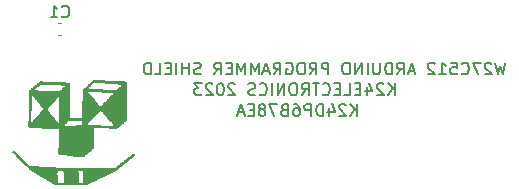
<source format=gbr>
%TF.GenerationSoftware,KiCad,Pcbnew,(5.1.9)-1*%
%TF.CreationDate,2023-04-19T23:26:57+02:00*%
%TF.ProjectId,w27c512_ardu_prog_K24DP6B78EA,77323763-3531-4325-9f61-7264755f7072,rev?*%
%TF.SameCoordinates,Original*%
%TF.FileFunction,Legend,Bot*%
%TF.FilePolarity,Positive*%
%FSLAX46Y46*%
G04 Gerber Fmt 4.6, Leading zero omitted, Abs format (unit mm)*
G04 Created by KiCad (PCBNEW (5.1.9)-1) date 2023-04-19 23:26:57*
%MOMM*%
%LPD*%
G01*
G04 APERTURE LIST*
%ADD10C,0.150000*%
%ADD11C,0.010000*%
%ADD12C,0.120000*%
G04 APERTURE END LIST*
D10*
X155773809Y-86952380D02*
X155773809Y-85952380D01*
X155202380Y-86952380D02*
X155630952Y-86380952D01*
X155202380Y-85952380D02*
X155773809Y-86523809D01*
X154821428Y-86047619D02*
X154773809Y-86000000D01*
X154678571Y-85952380D01*
X154440476Y-85952380D01*
X154345238Y-86000000D01*
X154297619Y-86047619D01*
X154250000Y-86142857D01*
X154250000Y-86238095D01*
X154297619Y-86380952D01*
X154869047Y-86952380D01*
X154250000Y-86952380D01*
X153392857Y-86285714D02*
X153392857Y-86952380D01*
X153630952Y-85904761D02*
X153869047Y-86619047D01*
X153250000Y-86619047D01*
X152869047Y-86952380D02*
X152869047Y-85952380D01*
X152630952Y-85952380D01*
X152488095Y-86000000D01*
X152392857Y-86095238D01*
X152345238Y-86190476D01*
X152297619Y-86380952D01*
X152297619Y-86523809D01*
X152345238Y-86714285D01*
X152392857Y-86809523D01*
X152488095Y-86904761D01*
X152630952Y-86952380D01*
X152869047Y-86952380D01*
X151869047Y-86952380D02*
X151869047Y-85952380D01*
X151488095Y-85952380D01*
X151392857Y-86000000D01*
X151345238Y-86047619D01*
X151297619Y-86142857D01*
X151297619Y-86285714D01*
X151345238Y-86380952D01*
X151392857Y-86428571D01*
X151488095Y-86476190D01*
X151869047Y-86476190D01*
X150440476Y-85952380D02*
X150630952Y-85952380D01*
X150726190Y-86000000D01*
X150773809Y-86047619D01*
X150869047Y-86190476D01*
X150916666Y-86380952D01*
X150916666Y-86761904D01*
X150869047Y-86857142D01*
X150821428Y-86904761D01*
X150726190Y-86952380D01*
X150535714Y-86952380D01*
X150440476Y-86904761D01*
X150392857Y-86857142D01*
X150345238Y-86761904D01*
X150345238Y-86523809D01*
X150392857Y-86428571D01*
X150440476Y-86380952D01*
X150535714Y-86333333D01*
X150726190Y-86333333D01*
X150821428Y-86380952D01*
X150869047Y-86428571D01*
X150916666Y-86523809D01*
X149583333Y-86428571D02*
X149440476Y-86476190D01*
X149392857Y-86523809D01*
X149345238Y-86619047D01*
X149345238Y-86761904D01*
X149392857Y-86857142D01*
X149440476Y-86904761D01*
X149535714Y-86952380D01*
X149916666Y-86952380D01*
X149916666Y-85952380D01*
X149583333Y-85952380D01*
X149488095Y-86000000D01*
X149440476Y-86047619D01*
X149392857Y-86142857D01*
X149392857Y-86238095D01*
X149440476Y-86333333D01*
X149488095Y-86380952D01*
X149583333Y-86428571D01*
X149916666Y-86428571D01*
X149011904Y-85952380D02*
X148345238Y-85952380D01*
X148773809Y-86952380D01*
X147821428Y-86380952D02*
X147916666Y-86333333D01*
X147964285Y-86285714D01*
X148011904Y-86190476D01*
X148011904Y-86142857D01*
X147964285Y-86047619D01*
X147916666Y-86000000D01*
X147821428Y-85952380D01*
X147630952Y-85952380D01*
X147535714Y-86000000D01*
X147488095Y-86047619D01*
X147440476Y-86142857D01*
X147440476Y-86190476D01*
X147488095Y-86285714D01*
X147535714Y-86333333D01*
X147630952Y-86380952D01*
X147821428Y-86380952D01*
X147916666Y-86428571D01*
X147964285Y-86476190D01*
X148011904Y-86571428D01*
X148011904Y-86761904D01*
X147964285Y-86857142D01*
X147916666Y-86904761D01*
X147821428Y-86952380D01*
X147630952Y-86952380D01*
X147535714Y-86904761D01*
X147488095Y-86857142D01*
X147440476Y-86761904D01*
X147440476Y-86571428D01*
X147488095Y-86476190D01*
X147535714Y-86428571D01*
X147630952Y-86380952D01*
X147011904Y-86428571D02*
X146678571Y-86428571D01*
X146535714Y-86952380D02*
X147011904Y-86952380D01*
X147011904Y-85952380D01*
X146535714Y-85952380D01*
X146154761Y-86666666D02*
X145678571Y-86666666D01*
X146250000Y-86952380D02*
X145916666Y-85952380D01*
X145583333Y-86952380D01*
X158952380Y-85202380D02*
X158952380Y-84202380D01*
X158380952Y-85202380D02*
X158809523Y-84630952D01*
X158380952Y-84202380D02*
X158952380Y-84773809D01*
X158000000Y-84297619D02*
X157952380Y-84250000D01*
X157857142Y-84202380D01*
X157619047Y-84202380D01*
X157523809Y-84250000D01*
X157476190Y-84297619D01*
X157428571Y-84392857D01*
X157428571Y-84488095D01*
X157476190Y-84630952D01*
X158047619Y-85202380D01*
X157428571Y-85202380D01*
X156571428Y-84535714D02*
X156571428Y-85202380D01*
X156809523Y-84154761D02*
X157047619Y-84869047D01*
X156428571Y-84869047D01*
X156047619Y-84678571D02*
X155714285Y-84678571D01*
X155571428Y-85202380D02*
X156047619Y-85202380D01*
X156047619Y-84202380D01*
X155571428Y-84202380D01*
X154666666Y-85202380D02*
X155142857Y-85202380D01*
X155142857Y-84202380D01*
X154333333Y-84678571D02*
X154000000Y-84678571D01*
X153857142Y-85202380D02*
X154333333Y-85202380D01*
X154333333Y-84202380D01*
X153857142Y-84202380D01*
X152857142Y-85107142D02*
X152904761Y-85154761D01*
X153047619Y-85202380D01*
X153142857Y-85202380D01*
X153285714Y-85154761D01*
X153380952Y-85059523D01*
X153428571Y-84964285D01*
X153476190Y-84773809D01*
X153476190Y-84630952D01*
X153428571Y-84440476D01*
X153380952Y-84345238D01*
X153285714Y-84250000D01*
X153142857Y-84202380D01*
X153047619Y-84202380D01*
X152904761Y-84250000D01*
X152857142Y-84297619D01*
X152571428Y-84202380D02*
X152000000Y-84202380D01*
X152285714Y-85202380D02*
X152285714Y-84202380D01*
X151095238Y-85202380D02*
X151428571Y-84726190D01*
X151666666Y-85202380D02*
X151666666Y-84202380D01*
X151285714Y-84202380D01*
X151190476Y-84250000D01*
X151142857Y-84297619D01*
X151095238Y-84392857D01*
X151095238Y-84535714D01*
X151142857Y-84630952D01*
X151190476Y-84678571D01*
X151285714Y-84726190D01*
X151666666Y-84726190D01*
X150476190Y-84202380D02*
X150285714Y-84202380D01*
X150190476Y-84250000D01*
X150095238Y-84345238D01*
X150047619Y-84535714D01*
X150047619Y-84869047D01*
X150095238Y-85059523D01*
X150190476Y-85154761D01*
X150285714Y-85202380D01*
X150476190Y-85202380D01*
X150571428Y-85154761D01*
X150666666Y-85059523D01*
X150714285Y-84869047D01*
X150714285Y-84535714D01*
X150666666Y-84345238D01*
X150571428Y-84250000D01*
X150476190Y-84202380D01*
X149619047Y-85202380D02*
X149619047Y-84202380D01*
X149047619Y-85202380D01*
X149047619Y-84202380D01*
X148571428Y-85202380D02*
X148571428Y-84202380D01*
X147523809Y-85107142D02*
X147571428Y-85154761D01*
X147714285Y-85202380D01*
X147809523Y-85202380D01*
X147952380Y-85154761D01*
X148047619Y-85059523D01*
X148095238Y-84964285D01*
X148142857Y-84773809D01*
X148142857Y-84630952D01*
X148095238Y-84440476D01*
X148047619Y-84345238D01*
X147952380Y-84250000D01*
X147809523Y-84202380D01*
X147714285Y-84202380D01*
X147571428Y-84250000D01*
X147523809Y-84297619D01*
X147142857Y-85154761D02*
X147000000Y-85202380D01*
X146761904Y-85202380D01*
X146666666Y-85154761D01*
X146619047Y-85107142D01*
X146571428Y-85011904D01*
X146571428Y-84916666D01*
X146619047Y-84821428D01*
X146666666Y-84773809D01*
X146761904Y-84726190D01*
X146952380Y-84678571D01*
X147047619Y-84630952D01*
X147095238Y-84583333D01*
X147142857Y-84488095D01*
X147142857Y-84392857D01*
X147095238Y-84297619D01*
X147047619Y-84250000D01*
X146952380Y-84202380D01*
X146714285Y-84202380D01*
X146571428Y-84250000D01*
X145428571Y-84297619D02*
X145380952Y-84250000D01*
X145285714Y-84202380D01*
X145047619Y-84202380D01*
X144952380Y-84250000D01*
X144904761Y-84297619D01*
X144857142Y-84392857D01*
X144857142Y-84488095D01*
X144904761Y-84630952D01*
X145476190Y-85202380D01*
X144857142Y-85202380D01*
X144238095Y-84202380D02*
X144142857Y-84202380D01*
X144047619Y-84250000D01*
X144000000Y-84297619D01*
X143952380Y-84392857D01*
X143904761Y-84583333D01*
X143904761Y-84821428D01*
X143952380Y-85011904D01*
X144000000Y-85107142D01*
X144047619Y-85154761D01*
X144142857Y-85202380D01*
X144238095Y-85202380D01*
X144333333Y-85154761D01*
X144380952Y-85107142D01*
X144428571Y-85011904D01*
X144476190Y-84821428D01*
X144476190Y-84583333D01*
X144428571Y-84392857D01*
X144380952Y-84297619D01*
X144333333Y-84250000D01*
X144238095Y-84202380D01*
X143523809Y-84297619D02*
X143476190Y-84250000D01*
X143380952Y-84202380D01*
X143142857Y-84202380D01*
X143047619Y-84250000D01*
X143000000Y-84297619D01*
X142952380Y-84392857D01*
X142952380Y-84488095D01*
X143000000Y-84630952D01*
X143571428Y-85202380D01*
X142952380Y-85202380D01*
X142619047Y-84202380D02*
X142000000Y-84202380D01*
X142333333Y-84583333D01*
X142190476Y-84583333D01*
X142095238Y-84630952D01*
X142047619Y-84678571D01*
X142000000Y-84773809D01*
X142000000Y-85011904D01*
X142047619Y-85107142D01*
X142095238Y-85154761D01*
X142190476Y-85202380D01*
X142476190Y-85202380D01*
X142571428Y-85154761D01*
X142619047Y-85107142D01*
X168333333Y-82452380D02*
X168095238Y-83452380D01*
X167904761Y-82738095D01*
X167714285Y-83452380D01*
X167476190Y-82452380D01*
X167142857Y-82547619D02*
X167095238Y-82500000D01*
X167000000Y-82452380D01*
X166761904Y-82452380D01*
X166666666Y-82500000D01*
X166619047Y-82547619D01*
X166571428Y-82642857D01*
X166571428Y-82738095D01*
X166619047Y-82880952D01*
X167190476Y-83452380D01*
X166571428Y-83452380D01*
X166238095Y-82452380D02*
X165571428Y-82452380D01*
X166000000Y-83452380D01*
X164619047Y-83357142D02*
X164666666Y-83404761D01*
X164809523Y-83452380D01*
X164904761Y-83452380D01*
X165047619Y-83404761D01*
X165142857Y-83309523D01*
X165190476Y-83214285D01*
X165238095Y-83023809D01*
X165238095Y-82880952D01*
X165190476Y-82690476D01*
X165142857Y-82595238D01*
X165047619Y-82500000D01*
X164904761Y-82452380D01*
X164809523Y-82452380D01*
X164666666Y-82500000D01*
X164619047Y-82547619D01*
X163714285Y-82452380D02*
X164190476Y-82452380D01*
X164238095Y-82928571D01*
X164190476Y-82880952D01*
X164095238Y-82833333D01*
X163857142Y-82833333D01*
X163761904Y-82880952D01*
X163714285Y-82928571D01*
X163666666Y-83023809D01*
X163666666Y-83261904D01*
X163714285Y-83357142D01*
X163761904Y-83404761D01*
X163857142Y-83452380D01*
X164095238Y-83452380D01*
X164190476Y-83404761D01*
X164238095Y-83357142D01*
X162714285Y-83452380D02*
X163285714Y-83452380D01*
X163000000Y-83452380D02*
X163000000Y-82452380D01*
X163095238Y-82595238D01*
X163190476Y-82690476D01*
X163285714Y-82738095D01*
X162333333Y-82547619D02*
X162285714Y-82500000D01*
X162190476Y-82452380D01*
X161952380Y-82452380D01*
X161857142Y-82500000D01*
X161809523Y-82547619D01*
X161761904Y-82642857D01*
X161761904Y-82738095D01*
X161809523Y-82880952D01*
X162380952Y-83452380D01*
X161761904Y-83452380D01*
X160619047Y-83166666D02*
X160142857Y-83166666D01*
X160714285Y-83452380D02*
X160380952Y-82452380D01*
X160047619Y-83452380D01*
X159142857Y-83452380D02*
X159476190Y-82976190D01*
X159714285Y-83452380D02*
X159714285Y-82452380D01*
X159333333Y-82452380D01*
X159238095Y-82500000D01*
X159190476Y-82547619D01*
X159142857Y-82642857D01*
X159142857Y-82785714D01*
X159190476Y-82880952D01*
X159238095Y-82928571D01*
X159333333Y-82976190D01*
X159714285Y-82976190D01*
X158714285Y-83452380D02*
X158714285Y-82452380D01*
X158476190Y-82452380D01*
X158333333Y-82500000D01*
X158238095Y-82595238D01*
X158190476Y-82690476D01*
X158142857Y-82880952D01*
X158142857Y-83023809D01*
X158190476Y-83214285D01*
X158238095Y-83309523D01*
X158333333Y-83404761D01*
X158476190Y-83452380D01*
X158714285Y-83452380D01*
X157714285Y-82452380D02*
X157714285Y-83261904D01*
X157666666Y-83357142D01*
X157619047Y-83404761D01*
X157523809Y-83452380D01*
X157333333Y-83452380D01*
X157238095Y-83404761D01*
X157190476Y-83357142D01*
X157142857Y-83261904D01*
X157142857Y-82452380D01*
X156666666Y-83452380D02*
X156666666Y-82452380D01*
X156190476Y-83452380D02*
X156190476Y-82452380D01*
X155619047Y-83452380D01*
X155619047Y-82452380D01*
X154952380Y-82452380D02*
X154761904Y-82452380D01*
X154666666Y-82500000D01*
X154571428Y-82595238D01*
X154523809Y-82785714D01*
X154523809Y-83119047D01*
X154571428Y-83309523D01*
X154666666Y-83404761D01*
X154761904Y-83452380D01*
X154952380Y-83452380D01*
X155047619Y-83404761D01*
X155142857Y-83309523D01*
X155190476Y-83119047D01*
X155190476Y-82785714D01*
X155142857Y-82595238D01*
X155047619Y-82500000D01*
X154952380Y-82452380D01*
X153333333Y-83452380D02*
X153333333Y-82452380D01*
X152952380Y-82452380D01*
X152857142Y-82500000D01*
X152809523Y-82547619D01*
X152761904Y-82642857D01*
X152761904Y-82785714D01*
X152809523Y-82880952D01*
X152857142Y-82928571D01*
X152952380Y-82976190D01*
X153333333Y-82976190D01*
X151761904Y-83452380D02*
X152095238Y-82976190D01*
X152333333Y-83452380D02*
X152333333Y-82452380D01*
X151952380Y-82452380D01*
X151857142Y-82500000D01*
X151809523Y-82547619D01*
X151761904Y-82642857D01*
X151761904Y-82785714D01*
X151809523Y-82880952D01*
X151857142Y-82928571D01*
X151952380Y-82976190D01*
X152333333Y-82976190D01*
X151142857Y-82452380D02*
X150952380Y-82452380D01*
X150857142Y-82500000D01*
X150761904Y-82595238D01*
X150714285Y-82785714D01*
X150714285Y-83119047D01*
X150761904Y-83309523D01*
X150857142Y-83404761D01*
X150952380Y-83452380D01*
X151142857Y-83452380D01*
X151238095Y-83404761D01*
X151333333Y-83309523D01*
X151380952Y-83119047D01*
X151380952Y-82785714D01*
X151333333Y-82595238D01*
X151238095Y-82500000D01*
X151142857Y-82452380D01*
X149761904Y-82500000D02*
X149857142Y-82452380D01*
X150000000Y-82452380D01*
X150142857Y-82500000D01*
X150238095Y-82595238D01*
X150285714Y-82690476D01*
X150333333Y-82880952D01*
X150333333Y-83023809D01*
X150285714Y-83214285D01*
X150238095Y-83309523D01*
X150142857Y-83404761D01*
X150000000Y-83452380D01*
X149904761Y-83452380D01*
X149761904Y-83404761D01*
X149714285Y-83357142D01*
X149714285Y-83023809D01*
X149904761Y-83023809D01*
X148714285Y-83452380D02*
X149047619Y-82976190D01*
X149285714Y-83452380D02*
X149285714Y-82452380D01*
X148904761Y-82452380D01*
X148809523Y-82500000D01*
X148761904Y-82547619D01*
X148714285Y-82642857D01*
X148714285Y-82785714D01*
X148761904Y-82880952D01*
X148809523Y-82928571D01*
X148904761Y-82976190D01*
X149285714Y-82976190D01*
X148333333Y-83166666D02*
X147857142Y-83166666D01*
X148428571Y-83452380D02*
X148095238Y-82452380D01*
X147761904Y-83452380D01*
X147428571Y-83452380D02*
X147428571Y-82452380D01*
X147095238Y-83166666D01*
X146761904Y-82452380D01*
X146761904Y-83452380D01*
X146285714Y-83452380D02*
X146285714Y-82452380D01*
X145952380Y-83166666D01*
X145619047Y-82452380D01*
X145619047Y-83452380D01*
X145142857Y-82928571D02*
X144809523Y-82928571D01*
X144666666Y-83452380D02*
X145142857Y-83452380D01*
X145142857Y-82452380D01*
X144666666Y-82452380D01*
X143666666Y-83452380D02*
X144000000Y-82976190D01*
X144238095Y-83452380D02*
X144238095Y-82452380D01*
X143857142Y-82452380D01*
X143761904Y-82500000D01*
X143714285Y-82547619D01*
X143666666Y-82642857D01*
X143666666Y-82785714D01*
X143714285Y-82880952D01*
X143761904Y-82928571D01*
X143857142Y-82976190D01*
X144238095Y-82976190D01*
X142523809Y-83404761D02*
X142380952Y-83452380D01*
X142142857Y-83452380D01*
X142047619Y-83404761D01*
X142000000Y-83357142D01*
X141952380Y-83261904D01*
X141952380Y-83166666D01*
X142000000Y-83071428D01*
X142047619Y-83023809D01*
X142142857Y-82976190D01*
X142333333Y-82928571D01*
X142428571Y-82880952D01*
X142476190Y-82833333D01*
X142523809Y-82738095D01*
X142523809Y-82642857D01*
X142476190Y-82547619D01*
X142428571Y-82500000D01*
X142333333Y-82452380D01*
X142095238Y-82452380D01*
X141952380Y-82500000D01*
X141523809Y-83452380D02*
X141523809Y-82452380D01*
X141523809Y-82928571D02*
X140952380Y-82928571D01*
X140952380Y-83452380D02*
X140952380Y-82452380D01*
X140476190Y-83452380D02*
X140476190Y-82452380D01*
X140000000Y-82928571D02*
X139666666Y-82928571D01*
X139523809Y-83452380D02*
X140000000Y-83452380D01*
X140000000Y-82452380D01*
X139523809Y-82452380D01*
X138619047Y-83452380D02*
X139095238Y-83452380D01*
X139095238Y-82452380D01*
X138285714Y-83452380D02*
X138285714Y-82452380D01*
X138047619Y-82452380D01*
X137904761Y-82500000D01*
X137809523Y-82595238D01*
X137761904Y-82690476D01*
X137714285Y-82880952D01*
X137714285Y-83023809D01*
X137761904Y-83214285D01*
X137809523Y-83309523D01*
X137904761Y-83404761D01*
X138047619Y-83452380D01*
X138285714Y-83452380D01*
D11*
%TO.C,E*%
G36*
X126598936Y-89954928D02*
G01*
X126588720Y-89987537D01*
X126602766Y-90009841D01*
X126642643Y-90056995D01*
X126704966Y-90125603D01*
X126786345Y-90212270D01*
X126883393Y-90313602D01*
X126992722Y-90426201D01*
X127110946Y-90546674D01*
X127234675Y-90671624D01*
X127360523Y-90797656D01*
X127485101Y-90921374D01*
X127605022Y-91039385D01*
X127716898Y-91148291D01*
X127817342Y-91244697D01*
X127902965Y-91325209D01*
X127970381Y-91386430D01*
X128016201Y-91424965D01*
X128035091Y-91437197D01*
X128083188Y-91460491D01*
X128136156Y-91497078D01*
X128139680Y-91499980D01*
X128182868Y-91531701D01*
X128214756Y-91547578D01*
X128218026Y-91548000D01*
X128245919Y-91560103D01*
X128288623Y-91590072D01*
X128299306Y-91598800D01*
X128344681Y-91631762D01*
X128380395Y-91648909D01*
X128385450Y-91649600D01*
X128417360Y-91663475D01*
X128448000Y-91690240D01*
X128483938Y-91720721D01*
X128509316Y-91730880D01*
X128538698Y-91742717D01*
X128585288Y-91772741D01*
X128610560Y-91791840D01*
X128661362Y-91827916D01*
X128702582Y-91849785D01*
X128714955Y-91852800D01*
X128749933Y-91866035D01*
X128778828Y-91888360D01*
X128821130Y-91920325D01*
X128879064Y-91953575D01*
X128890588Y-91959151D01*
X128937845Y-91985390D01*
X128964193Y-92008189D01*
X128966160Y-92013416D01*
X128983641Y-92030760D01*
X129025013Y-92045377D01*
X129082164Y-92069278D01*
X129121121Y-92099469D01*
X129166951Y-92138392D01*
X129219748Y-92170527D01*
X129366349Y-92249568D01*
X129463025Y-92315762D01*
X129506335Y-92345838D01*
X129537433Y-92360516D01*
X129540008Y-92360800D01*
X129567089Y-92372874D01*
X129609325Y-92402780D01*
X129620106Y-92411600D01*
X129665481Y-92444562D01*
X129701195Y-92461709D01*
X129706250Y-92462400D01*
X129738499Y-92476263D01*
X129767147Y-92501212D01*
X129814747Y-92536598D01*
X129855627Y-92553416D01*
X129908013Y-92578184D01*
X129954761Y-92616203D01*
X129997603Y-92650712D01*
X130037602Y-92665587D01*
X130038486Y-92665600D01*
X130077571Y-92680098D01*
X130119467Y-92715109D01*
X130120602Y-92716400D01*
X130164772Y-92767200D01*
X132798745Y-92767200D01*
X132867600Y-92716400D01*
X132918800Y-92684298D01*
X132961774Y-92666727D01*
X132970408Y-92665600D01*
X133009225Y-92653626D01*
X133056375Y-92624669D01*
X133058220Y-92623233D01*
X133115970Y-92588537D01*
X133183309Y-92561635D01*
X133187960Y-92560326D01*
X133249720Y-92537001D01*
X133300211Y-92507185D01*
X133304480Y-92503602D01*
X133352621Y-92475137D01*
X133414325Y-92455147D01*
X133418531Y-92454353D01*
X133477939Y-92435111D01*
X133523857Y-92405842D01*
X133526539Y-92403054D01*
X133571005Y-92372187D01*
X133628139Y-92352254D01*
X133685811Y-92332123D01*
X133729345Y-92301890D01*
X133771985Y-92273481D01*
X133831644Y-92253409D01*
X133840467Y-92251795D01*
X133901010Y-92233516D01*
X133930787Y-92215494D01*
X132564048Y-92215494D01*
X132563396Y-92334535D01*
X132562033Y-92439642D01*
X132559937Y-92523995D01*
X132557086Y-92580774D01*
X132553799Y-92602765D01*
X132528250Y-92612957D01*
X132473713Y-92620074D01*
X132401660Y-92624026D01*
X132323563Y-92624724D01*
X132250892Y-92622079D01*
X132195120Y-92616003D01*
X132167717Y-92606405D01*
X132167257Y-92605767D01*
X132163066Y-92580374D01*
X132158350Y-92520864D01*
X132153466Y-92433752D01*
X132148774Y-92325551D01*
X132144632Y-92202776D01*
X132144124Y-92185077D01*
X132138660Y-92026584D01*
X132132056Y-91904998D01*
X132125746Y-91835899D01*
X130935295Y-91835899D01*
X130934387Y-91973157D01*
X130932476Y-92124729D01*
X130927040Y-92614800D01*
X130683200Y-92625952D01*
X130586531Y-92630620D01*
X130504202Y-92635057D01*
X130445005Y-92638756D01*
X130417844Y-92641192D01*
X130385504Y-92633268D01*
X130363895Y-92619880D01*
X130353671Y-92607026D01*
X130345547Y-92583179D01*
X130339169Y-92543637D01*
X130334179Y-92483701D01*
X130330222Y-92398673D01*
X130326943Y-92283853D01*
X130323985Y-92134542D01*
X130323082Y-92080807D01*
X130320821Y-91914215D01*
X130320201Y-91784236D01*
X130321352Y-91686870D01*
X130324405Y-91618117D01*
X130329490Y-91573979D01*
X130336738Y-91550456D01*
X130340550Y-91545685D01*
X130373423Y-91536398D01*
X130442016Y-91530996D01*
X130541574Y-91529734D01*
X130612998Y-91531037D01*
X130707480Y-91533198D01*
X130781731Y-91536807D01*
X130838123Y-91546276D01*
X130879031Y-91566016D01*
X130906829Y-91600437D01*
X130923890Y-91653951D01*
X130932587Y-91730968D01*
X130935295Y-91835899D01*
X132125746Y-91835899D01*
X132123983Y-91816595D01*
X132114116Y-91757651D01*
X132103987Y-91727759D01*
X132077649Y-91651566D01*
X132085087Y-91592460D01*
X132099505Y-91572383D01*
X132128495Y-91562440D01*
X132186299Y-91554886D01*
X132262410Y-91549897D01*
X132346319Y-91547647D01*
X132427519Y-91548312D01*
X132495500Y-91552066D01*
X132539755Y-91559084D01*
X132550514Y-91564878D01*
X132554235Y-91590516D01*
X132557397Y-91649954D01*
X132559977Y-91736376D01*
X132561954Y-91842960D01*
X132563305Y-91962887D01*
X132564011Y-92089338D01*
X132564048Y-92215494D01*
X133930787Y-92215494D01*
X133948310Y-92204889D01*
X133952621Y-92200560D01*
X133997612Y-92169156D01*
X134054859Y-92149054D01*
X134112531Y-92128923D01*
X134156065Y-92098690D01*
X134198705Y-92070281D01*
X134258364Y-92050209D01*
X134267187Y-92048595D01*
X134328382Y-92029715D01*
X134376862Y-91999701D01*
X134381162Y-91995348D01*
X134425822Y-91964102D01*
X134464311Y-91954400D01*
X134509900Y-91941658D01*
X134562381Y-91910322D01*
X134570775Y-91903600D01*
X134620000Y-91870255D01*
X134663770Y-91853328D01*
X134669986Y-91852800D01*
X134710381Y-91841183D01*
X134762956Y-91812270D01*
X134777680Y-91802000D01*
X134831713Y-91769616D01*
X134880556Y-91752173D01*
X134890421Y-91751200D01*
X134934391Y-91737854D01*
X134983700Y-91705238D01*
X134989120Y-91700400D01*
X135038963Y-91666043D01*
X135087668Y-91649797D01*
X135092128Y-91649600D01*
X135139230Y-91636803D01*
X135192507Y-91605351D01*
X135200695Y-91598800D01*
X135250124Y-91565436D01*
X135294321Y-91548520D01*
X135300582Y-91548000D01*
X135339207Y-91536394D01*
X135390080Y-91507686D01*
X135440333Y-91471041D01*
X135477095Y-91435624D01*
X135488140Y-91414433D01*
X135504346Y-91390731D01*
X135548808Y-91347906D01*
X135616586Y-91290276D01*
X135702739Y-91222161D01*
X135742880Y-91191716D01*
X135790432Y-91155395D01*
X135857235Y-91103560D01*
X135930745Y-91046007D01*
X135998418Y-90992534D01*
X136022564Y-90973263D01*
X136076176Y-90927115D01*
X136122749Y-90882520D01*
X136159503Y-90850296D01*
X136186280Y-90836800D01*
X136186366Y-90836800D01*
X136213777Y-90823830D01*
X136248742Y-90794958D01*
X136289431Y-90758526D01*
X136346758Y-90711065D01*
X136382960Y-90682501D01*
X136472212Y-90613072D01*
X136536095Y-90561930D01*
X136581822Y-90523069D01*
X136616605Y-90490483D01*
X136630749Y-90476120D01*
X136668263Y-90443547D01*
X136696505Y-90429533D01*
X136722584Y-90416520D01*
X136767382Y-90383793D01*
X136806804Y-90350881D01*
X136864972Y-90287931D01*
X136884125Y-90234939D01*
X136864385Y-90190918D01*
X136829692Y-90166074D01*
X136808654Y-90158086D01*
X136786351Y-90161180D01*
X136756051Y-90179578D01*
X136711026Y-90217503D01*
X136644546Y-90279179D01*
X136634822Y-90288362D01*
X136599550Y-90317594D01*
X136578052Y-90328800D01*
X136557296Y-90341080D01*
X136511581Y-90374668D01*
X136447029Y-90424685D01*
X136369758Y-90486253D01*
X136285890Y-90554491D01*
X136201543Y-90624521D01*
X136122839Y-90691464D01*
X136119258Y-90694560D01*
X136074561Y-90731253D01*
X136009772Y-90782082D01*
X135937559Y-90837135D01*
X135924440Y-90846960D01*
X135852594Y-90901640D01*
X135786238Y-90953942D01*
X135737853Y-90993992D01*
X135731768Y-90999360D01*
X135639299Y-91080132D01*
X135551303Y-91152993D01*
X135506442Y-91188019D01*
X135459547Y-91223520D01*
X135401068Y-91267925D01*
X135383381Y-91281380D01*
X135308362Y-91338482D01*
X134019744Y-91349918D01*
X133682381Y-91352551D01*
X133343505Y-91354507D01*
X133005668Y-91355806D01*
X132671420Y-91356470D01*
X132343309Y-91356522D01*
X132023887Y-91355982D01*
X131715704Y-91354873D01*
X131421308Y-91353216D01*
X131143250Y-91351032D01*
X130884081Y-91348343D01*
X130646349Y-91345172D01*
X130432605Y-91341539D01*
X130245400Y-91337466D01*
X130087282Y-91332974D01*
X129960802Y-91328087D01*
X129868510Y-91322824D01*
X129812955Y-91317208D01*
X129799280Y-91314097D01*
X129750302Y-91302556D01*
X129665757Y-91291303D01*
X129550716Y-91280606D01*
X129410255Y-91270733D01*
X129249444Y-91261953D01*
X129073357Y-91254534D01*
X128887067Y-91248745D01*
X128695646Y-91244854D01*
X128504167Y-91243131D01*
X128457735Y-91243070D01*
X128020430Y-91243200D01*
X127371347Y-90592949D01*
X127236724Y-90458576D01*
X127110079Y-90333114D01*
X126994452Y-90219506D01*
X126892883Y-90120695D01*
X126808411Y-90039624D01*
X126744076Y-89979236D01*
X126702918Y-89942475D01*
X126688835Y-89932088D01*
X126636274Y-89930132D01*
X126598936Y-89954928D01*
G37*
X126598936Y-89954928D02*
X126588720Y-89987537D01*
X126602766Y-90009841D01*
X126642643Y-90056995D01*
X126704966Y-90125603D01*
X126786345Y-90212270D01*
X126883393Y-90313602D01*
X126992722Y-90426201D01*
X127110946Y-90546674D01*
X127234675Y-90671624D01*
X127360523Y-90797656D01*
X127485101Y-90921374D01*
X127605022Y-91039385D01*
X127716898Y-91148291D01*
X127817342Y-91244697D01*
X127902965Y-91325209D01*
X127970381Y-91386430D01*
X128016201Y-91424965D01*
X128035091Y-91437197D01*
X128083188Y-91460491D01*
X128136156Y-91497078D01*
X128139680Y-91499980D01*
X128182868Y-91531701D01*
X128214756Y-91547578D01*
X128218026Y-91548000D01*
X128245919Y-91560103D01*
X128288623Y-91590072D01*
X128299306Y-91598800D01*
X128344681Y-91631762D01*
X128380395Y-91648909D01*
X128385450Y-91649600D01*
X128417360Y-91663475D01*
X128448000Y-91690240D01*
X128483938Y-91720721D01*
X128509316Y-91730880D01*
X128538698Y-91742717D01*
X128585288Y-91772741D01*
X128610560Y-91791840D01*
X128661362Y-91827916D01*
X128702582Y-91849785D01*
X128714955Y-91852800D01*
X128749933Y-91866035D01*
X128778828Y-91888360D01*
X128821130Y-91920325D01*
X128879064Y-91953575D01*
X128890588Y-91959151D01*
X128937845Y-91985390D01*
X128964193Y-92008189D01*
X128966160Y-92013416D01*
X128983641Y-92030760D01*
X129025013Y-92045377D01*
X129082164Y-92069278D01*
X129121121Y-92099469D01*
X129166951Y-92138392D01*
X129219748Y-92170527D01*
X129366349Y-92249568D01*
X129463025Y-92315762D01*
X129506335Y-92345838D01*
X129537433Y-92360516D01*
X129540008Y-92360800D01*
X129567089Y-92372874D01*
X129609325Y-92402780D01*
X129620106Y-92411600D01*
X129665481Y-92444562D01*
X129701195Y-92461709D01*
X129706250Y-92462400D01*
X129738499Y-92476263D01*
X129767147Y-92501212D01*
X129814747Y-92536598D01*
X129855627Y-92553416D01*
X129908013Y-92578184D01*
X129954761Y-92616203D01*
X129997603Y-92650712D01*
X130037602Y-92665587D01*
X130038486Y-92665600D01*
X130077571Y-92680098D01*
X130119467Y-92715109D01*
X130120602Y-92716400D01*
X130164772Y-92767200D01*
X132798745Y-92767200D01*
X132867600Y-92716400D01*
X132918800Y-92684298D01*
X132961774Y-92666727D01*
X132970408Y-92665600D01*
X133009225Y-92653626D01*
X133056375Y-92624669D01*
X133058220Y-92623233D01*
X133115970Y-92588537D01*
X133183309Y-92561635D01*
X133187960Y-92560326D01*
X133249720Y-92537001D01*
X133300211Y-92507185D01*
X133304480Y-92503602D01*
X133352621Y-92475137D01*
X133414325Y-92455147D01*
X133418531Y-92454353D01*
X133477939Y-92435111D01*
X133523857Y-92405842D01*
X133526539Y-92403054D01*
X133571005Y-92372187D01*
X133628139Y-92352254D01*
X133685811Y-92332123D01*
X133729345Y-92301890D01*
X133771985Y-92273481D01*
X133831644Y-92253409D01*
X133840467Y-92251795D01*
X133901010Y-92233516D01*
X133930787Y-92215494D01*
X132564048Y-92215494D01*
X132563396Y-92334535D01*
X132562033Y-92439642D01*
X132559937Y-92523995D01*
X132557086Y-92580774D01*
X132553799Y-92602765D01*
X132528250Y-92612957D01*
X132473713Y-92620074D01*
X132401660Y-92624026D01*
X132323563Y-92624724D01*
X132250892Y-92622079D01*
X132195120Y-92616003D01*
X132167717Y-92606405D01*
X132167257Y-92605767D01*
X132163066Y-92580374D01*
X132158350Y-92520864D01*
X132153466Y-92433752D01*
X132148774Y-92325551D01*
X132144632Y-92202776D01*
X132144124Y-92185077D01*
X132138660Y-92026584D01*
X132132056Y-91904998D01*
X132125746Y-91835899D01*
X130935295Y-91835899D01*
X130934387Y-91973157D01*
X130932476Y-92124729D01*
X130927040Y-92614800D01*
X130683200Y-92625952D01*
X130586531Y-92630620D01*
X130504202Y-92635057D01*
X130445005Y-92638756D01*
X130417844Y-92641192D01*
X130385504Y-92633268D01*
X130363895Y-92619880D01*
X130353671Y-92607026D01*
X130345547Y-92583179D01*
X130339169Y-92543637D01*
X130334179Y-92483701D01*
X130330222Y-92398673D01*
X130326943Y-92283853D01*
X130323985Y-92134542D01*
X130323082Y-92080807D01*
X130320821Y-91914215D01*
X130320201Y-91784236D01*
X130321352Y-91686870D01*
X130324405Y-91618117D01*
X130329490Y-91573979D01*
X130336738Y-91550456D01*
X130340550Y-91545685D01*
X130373423Y-91536398D01*
X130442016Y-91530996D01*
X130541574Y-91529734D01*
X130612998Y-91531037D01*
X130707480Y-91533198D01*
X130781731Y-91536807D01*
X130838123Y-91546276D01*
X130879031Y-91566016D01*
X130906829Y-91600437D01*
X130923890Y-91653951D01*
X130932587Y-91730968D01*
X130935295Y-91835899D01*
X132125746Y-91835899D01*
X132123983Y-91816595D01*
X132114116Y-91757651D01*
X132103987Y-91727759D01*
X132077649Y-91651566D01*
X132085087Y-91592460D01*
X132099505Y-91572383D01*
X132128495Y-91562440D01*
X132186299Y-91554886D01*
X132262410Y-91549897D01*
X132346319Y-91547647D01*
X132427519Y-91548312D01*
X132495500Y-91552066D01*
X132539755Y-91559084D01*
X132550514Y-91564878D01*
X132554235Y-91590516D01*
X132557397Y-91649954D01*
X132559977Y-91736376D01*
X132561954Y-91842960D01*
X132563305Y-91962887D01*
X132564011Y-92089338D01*
X132564048Y-92215494D01*
X133930787Y-92215494D01*
X133948310Y-92204889D01*
X133952621Y-92200560D01*
X133997612Y-92169156D01*
X134054859Y-92149054D01*
X134112531Y-92128923D01*
X134156065Y-92098690D01*
X134198705Y-92070281D01*
X134258364Y-92050209D01*
X134267187Y-92048595D01*
X134328382Y-92029715D01*
X134376862Y-91999701D01*
X134381162Y-91995348D01*
X134425822Y-91964102D01*
X134464311Y-91954400D01*
X134509900Y-91941658D01*
X134562381Y-91910322D01*
X134570775Y-91903600D01*
X134620000Y-91870255D01*
X134663770Y-91853328D01*
X134669986Y-91852800D01*
X134710381Y-91841183D01*
X134762956Y-91812270D01*
X134777680Y-91802000D01*
X134831713Y-91769616D01*
X134880556Y-91752173D01*
X134890421Y-91751200D01*
X134934391Y-91737854D01*
X134983700Y-91705238D01*
X134989120Y-91700400D01*
X135038963Y-91666043D01*
X135087668Y-91649797D01*
X135092128Y-91649600D01*
X135139230Y-91636803D01*
X135192507Y-91605351D01*
X135200695Y-91598800D01*
X135250124Y-91565436D01*
X135294321Y-91548520D01*
X135300582Y-91548000D01*
X135339207Y-91536394D01*
X135390080Y-91507686D01*
X135440333Y-91471041D01*
X135477095Y-91435624D01*
X135488140Y-91414433D01*
X135504346Y-91390731D01*
X135548808Y-91347906D01*
X135616586Y-91290276D01*
X135702739Y-91222161D01*
X135742880Y-91191716D01*
X135790432Y-91155395D01*
X135857235Y-91103560D01*
X135930745Y-91046007D01*
X135998418Y-90992534D01*
X136022564Y-90973263D01*
X136076176Y-90927115D01*
X136122749Y-90882520D01*
X136159503Y-90850296D01*
X136186280Y-90836800D01*
X136186366Y-90836800D01*
X136213777Y-90823830D01*
X136248742Y-90794958D01*
X136289431Y-90758526D01*
X136346758Y-90711065D01*
X136382960Y-90682501D01*
X136472212Y-90613072D01*
X136536095Y-90561930D01*
X136581822Y-90523069D01*
X136616605Y-90490483D01*
X136630749Y-90476120D01*
X136668263Y-90443547D01*
X136696505Y-90429533D01*
X136722584Y-90416520D01*
X136767382Y-90383793D01*
X136806804Y-90350881D01*
X136864972Y-90287931D01*
X136884125Y-90234939D01*
X136864385Y-90190918D01*
X136829692Y-90166074D01*
X136808654Y-90158086D01*
X136786351Y-90161180D01*
X136756051Y-90179578D01*
X136711026Y-90217503D01*
X136644546Y-90279179D01*
X136634822Y-90288362D01*
X136599550Y-90317594D01*
X136578052Y-90328800D01*
X136557296Y-90341080D01*
X136511581Y-90374668D01*
X136447029Y-90424685D01*
X136369758Y-90486253D01*
X136285890Y-90554491D01*
X136201543Y-90624521D01*
X136122839Y-90691464D01*
X136119258Y-90694560D01*
X136074561Y-90731253D01*
X136009772Y-90782082D01*
X135937559Y-90837135D01*
X135924440Y-90846960D01*
X135852594Y-90901640D01*
X135786238Y-90953942D01*
X135737853Y-90993992D01*
X135731768Y-90999360D01*
X135639299Y-91080132D01*
X135551303Y-91152993D01*
X135506442Y-91188019D01*
X135459547Y-91223520D01*
X135401068Y-91267925D01*
X135383381Y-91281380D01*
X135308362Y-91338482D01*
X134019744Y-91349918D01*
X133682381Y-91352551D01*
X133343505Y-91354507D01*
X133005668Y-91355806D01*
X132671420Y-91356470D01*
X132343309Y-91356522D01*
X132023887Y-91355982D01*
X131715704Y-91354873D01*
X131421308Y-91353216D01*
X131143250Y-91351032D01*
X130884081Y-91348343D01*
X130646349Y-91345172D01*
X130432605Y-91341539D01*
X130245400Y-91337466D01*
X130087282Y-91332974D01*
X129960802Y-91328087D01*
X129868510Y-91322824D01*
X129812955Y-91317208D01*
X129799280Y-91314097D01*
X129750302Y-91302556D01*
X129665757Y-91291303D01*
X129550716Y-91280606D01*
X129410255Y-91270733D01*
X129249444Y-91261953D01*
X129073357Y-91254534D01*
X128887067Y-91248745D01*
X128695646Y-91244854D01*
X128504167Y-91243131D01*
X128457735Y-91243070D01*
X128020430Y-91243200D01*
X127371347Y-90592949D01*
X127236724Y-90458576D01*
X127110079Y-90333114D01*
X126994452Y-90219506D01*
X126892883Y-90120695D01*
X126808411Y-90039624D01*
X126744076Y-89979236D01*
X126702918Y-89942475D01*
X126688835Y-89932088D01*
X126636274Y-89930132D01*
X126598936Y-89954928D01*
G36*
X133411044Y-83928000D02*
G01*
X133246002Y-84068009D01*
X133159265Y-84142965D01*
X133067340Y-84224625D01*
X132985185Y-84299626D01*
X132955971Y-84327089D01*
X132876240Y-84402739D01*
X132785911Y-84487987D01*
X132704146Y-84564753D01*
X132701971Y-84566786D01*
X132572960Y-84687413D01*
X132557469Y-84942706D01*
X132550187Y-85074296D01*
X132542176Y-85239310D01*
X132533716Y-85430546D01*
X132525086Y-85640800D01*
X132516564Y-85862868D01*
X132508431Y-86089549D01*
X132500964Y-86313638D01*
X132494444Y-86527933D01*
X132490533Y-86670509D01*
X132485740Y-86817630D01*
X132479728Y-86941858D01*
X132472814Y-87038755D01*
X132465315Y-87103883D01*
X132457557Y-87132789D01*
X132430300Y-87141681D01*
X132369139Y-87148912D01*
X132280777Y-87154492D01*
X132171916Y-87158432D01*
X132049258Y-87160742D01*
X131919507Y-87161434D01*
X131789363Y-87160517D01*
X131665530Y-87158003D01*
X131554709Y-87153902D01*
X131463603Y-87148225D01*
X131398914Y-87140982D01*
X131367344Y-87132184D01*
X131366128Y-87131059D01*
X131361322Y-87113155D01*
X131357334Y-87070787D01*
X131354143Y-87002105D01*
X131351733Y-86905257D01*
X131350084Y-86778391D01*
X131349178Y-86619656D01*
X131348997Y-86427202D01*
X131349046Y-86405825D01*
X130532803Y-86405825D01*
X130532795Y-86423066D01*
X130532481Y-86635172D01*
X130531781Y-86835200D01*
X130530736Y-87019441D01*
X130529385Y-87184187D01*
X130527770Y-87325727D01*
X130525930Y-87440353D01*
X130523906Y-87524356D01*
X130521738Y-87574028D01*
X130520154Y-87586386D01*
X130492860Y-87605106D01*
X130453487Y-87589488D01*
X130399936Y-87538438D01*
X130377506Y-87512061D01*
X130291748Y-87410236D01*
X130204555Y-87313519D01*
X130163602Y-87269925D01*
X130134795Y-87233885D01*
X130124400Y-87211103D01*
X130111603Y-87185182D01*
X130083222Y-87150858D01*
X130052002Y-87116294D01*
X130003398Y-87060102D01*
X129945820Y-86992060D01*
X129919540Y-86960561D01*
X129838598Y-86863994D01*
X129771969Y-86786953D01*
X129708779Y-86717067D01*
X129655602Y-86660325D01*
X129626812Y-86624487D01*
X129616400Y-86602047D01*
X129604045Y-86577791D01*
X129572854Y-86536236D01*
X129555440Y-86515695D01*
X129508573Y-86449244D01*
X129493158Y-86387011D01*
X129495346Y-86378668D01*
X129205413Y-86378668D01*
X129181918Y-86431967D01*
X129125602Y-86499257D01*
X129118958Y-86506164D01*
X129038668Y-86589666D01*
X128945035Y-86688148D01*
X128843013Y-86796289D01*
X128737558Y-86908769D01*
X128633624Y-87020266D01*
X128536167Y-87125460D01*
X128450140Y-87219031D01*
X128380498Y-87295657D01*
X128332198Y-87350018D01*
X128321307Y-87362733D01*
X128292743Y-87397417D01*
X128253062Y-87446401D01*
X128242409Y-87459659D01*
X128189326Y-87509720D01*
X128145582Y-87520619D01*
X128133270Y-87518085D01*
X128123626Y-87511490D01*
X128116396Y-87496465D01*
X128111326Y-87468644D01*
X128108161Y-87423659D01*
X128106645Y-87357140D01*
X128106525Y-87264722D01*
X128107546Y-87142035D01*
X128109454Y-86984712D01*
X128110342Y-86916135D01*
X128113217Y-86730473D01*
X128116653Y-86581375D01*
X128120875Y-86464769D01*
X128126109Y-86376581D01*
X128132580Y-86312737D01*
X128140515Y-86269163D01*
X128147384Y-86247761D01*
X128157324Y-86215252D01*
X128164589Y-86168623D01*
X128169415Y-86102691D01*
X128172037Y-86012274D01*
X128172687Y-85892190D01*
X128171602Y-85737257D01*
X128171382Y-85717441D01*
X128170511Y-85583791D01*
X128170971Y-85463217D01*
X128172639Y-85361845D01*
X128175389Y-85285804D01*
X128179096Y-85241220D01*
X128181260Y-85232656D01*
X128214558Y-85208964D01*
X128260466Y-85222039D01*
X128316650Y-85270854D01*
X128345032Y-85304680D01*
X128401940Y-85375337D01*
X128468427Y-85454523D01*
X128510420Y-85502800D01*
X128567572Y-85569124D01*
X128636163Y-85651534D01*
X128702821Y-85733928D01*
X128712892Y-85746640D01*
X128800069Y-85855076D01*
X128886296Y-85958721D01*
X128965131Y-86050060D01*
X129030129Y-86121578D01*
X129062680Y-86154618D01*
X129094942Y-86191194D01*
X129108400Y-86217831D01*
X129108400Y-86217868D01*
X129121951Y-86243841D01*
X129154996Y-86281102D01*
X129159200Y-86285120D01*
X129197401Y-86332129D01*
X129205413Y-86378668D01*
X129495346Y-86378668D01*
X129510217Y-86321969D01*
X129560773Y-86247090D01*
X129601160Y-86201374D01*
X129661953Y-86135759D01*
X129738012Y-86052874D01*
X129817456Y-85965693D01*
X129860240Y-85918452D01*
X129936181Y-85834825D01*
X130015582Y-85748142D01*
X130086585Y-85671319D01*
X130119206Y-85636411D01*
X130170052Y-85580576D01*
X130207742Y-85535798D01*
X130225374Y-85510359D01*
X130225886Y-85508397D01*
X130239243Y-85488175D01*
X130274811Y-85446788D01*
X130326002Y-85391745D01*
X130349624Y-85367335D01*
X130414789Y-85303709D01*
X130459622Y-85267949D01*
X130489403Y-85256371D01*
X130503305Y-85260138D01*
X130509818Y-85268608D01*
X130515334Y-85287084D01*
X130519929Y-85318609D01*
X130523680Y-85366227D01*
X130526665Y-85432982D01*
X130528961Y-85521917D01*
X130530645Y-85636076D01*
X130531794Y-85778502D01*
X130532485Y-85952240D01*
X130532795Y-86160333D01*
X130532803Y-86405825D01*
X131349046Y-86405825D01*
X131349523Y-86199175D01*
X131350736Y-85933726D01*
X131352056Y-85713739D01*
X131353660Y-85477639D01*
X131355331Y-85251925D01*
X131357035Y-85040137D01*
X131358736Y-84845812D01*
X131360400Y-84672490D01*
X131361993Y-84523711D01*
X131363478Y-84403014D01*
X131364164Y-84357513D01*
X131035793Y-84357513D01*
X131035178Y-84391303D01*
X131002898Y-84439371D01*
X130950940Y-84495252D01*
X130894764Y-84552394D01*
X130822522Y-84626363D01*
X130746350Y-84704721D01*
X130714205Y-84737913D01*
X130646851Y-84806092D01*
X130599648Y-84848859D01*
X130565569Y-84871014D01*
X130537585Y-84877359D01*
X130514644Y-84874225D01*
X130483181Y-84871041D01*
X130415546Y-84867300D01*
X130316199Y-84863150D01*
X130189601Y-84858740D01*
X130040215Y-84854217D01*
X129872500Y-84849730D01*
X129690918Y-84845427D01*
X129571840Y-84842887D01*
X129331625Y-84837574D01*
X129130229Y-84832212D01*
X128965833Y-84826717D01*
X128836617Y-84821005D01*
X128740760Y-84814992D01*
X128676444Y-84808596D01*
X128641848Y-84801732D01*
X128637700Y-84799972D01*
X128584514Y-84783273D01*
X128521445Y-84777823D01*
X128521199Y-84777832D01*
X128465584Y-84773508D01*
X128425764Y-84759428D01*
X128424099Y-84758147D01*
X128399044Y-84715827D01*
X128407907Y-84669575D01*
X128442920Y-84636690D01*
X128490116Y-84602294D01*
X128515193Y-84575015D01*
X128548369Y-84544997D01*
X128571073Y-84537600D01*
X128597391Y-84528035D01*
X128600400Y-84520521D01*
X128615067Y-84501180D01*
X128654690Y-84462372D01*
X128712704Y-84410282D01*
X128763191Y-84367175D01*
X128925982Y-84230907D01*
X129459151Y-84241451D01*
X129758442Y-84248882D01*
X130038140Y-84259264D01*
X130314359Y-84273389D01*
X130603213Y-84292049D01*
X130825237Y-84308517D01*
X130933063Y-84319448D01*
X131002502Y-84334671D01*
X131035793Y-84357513D01*
X131364164Y-84357513D01*
X131364821Y-84313937D01*
X131365987Y-84260019D01*
X131366538Y-84246657D01*
X131362286Y-84181194D01*
X131342562Y-84150448D01*
X131315715Y-84145952D01*
X131253107Y-84141838D01*
X131159615Y-84138236D01*
X131040117Y-84135276D01*
X130899491Y-84133088D01*
X130742614Y-84131802D01*
X130631842Y-84131511D01*
X130438186Y-84131101D01*
X130281427Y-84129972D01*
X130157828Y-84127978D01*
X130063648Y-84124975D01*
X129995150Y-84120818D01*
X129948595Y-84115363D01*
X129920244Y-84108465D01*
X129910482Y-84103619D01*
X129883743Y-84093633D01*
X129832581Y-84085091D01*
X129753481Y-84077711D01*
X129642928Y-84071212D01*
X129497408Y-84065313D01*
X129389163Y-84061865D01*
X128907926Y-84047691D01*
X128830363Y-84104992D01*
X128772084Y-84150848D01*
X128702217Y-84209703D01*
X128652914Y-84253426D01*
X128589246Y-84311400D01*
X128527315Y-84367607D01*
X128490354Y-84401016D01*
X128442538Y-84444132D01*
X128403293Y-84479594D01*
X128397200Y-84485114D01*
X128350190Y-84525575D01*
X128282116Y-84581601D01*
X128204270Y-84644164D01*
X128127942Y-84704233D01*
X128064423Y-84752780D01*
X128041600Y-84769481D01*
X128033302Y-84776438D01*
X128026160Y-84786617D01*
X128020040Y-84803057D01*
X128014810Y-84828798D01*
X128010334Y-84866878D01*
X128006480Y-84920337D01*
X128003113Y-84992213D01*
X128000099Y-85085546D01*
X127997306Y-85203375D01*
X127994598Y-85348738D01*
X127991842Y-85524676D01*
X127988905Y-85734226D01*
X127985652Y-85980428D01*
X127984554Y-86065023D01*
X127980982Y-86330565D01*
X127977594Y-86558312D01*
X127974290Y-86751105D01*
X127970971Y-86911790D01*
X127967538Y-87043208D01*
X127963892Y-87148203D01*
X127959934Y-87229619D01*
X127955565Y-87290298D01*
X127950685Y-87333084D01*
X127945196Y-87360820D01*
X127938999Y-87376349D01*
X127938834Y-87376605D01*
X127922307Y-87421975D01*
X127912710Y-87498987D01*
X127909523Y-87611870D01*
X127909521Y-87615365D01*
X127910101Y-87709038D01*
X127915350Y-87778591D01*
X127930533Y-87827615D01*
X127960914Y-87859698D01*
X128011757Y-87878429D01*
X128088326Y-87887398D01*
X128195886Y-87890195D01*
X128312888Y-87890400D01*
X128428287Y-87891756D01*
X128533783Y-87895495D01*
X128620660Y-87901123D01*
X128680198Y-87908144D01*
X128697578Y-87912223D01*
X128747618Y-87923488D01*
X128823593Y-87933606D01*
X128910802Y-87940712D01*
X128929210Y-87941648D01*
X129017223Y-87946160D01*
X129130901Y-87952779D01*
X129255382Y-87960604D01*
X129372560Y-87968507D01*
X129482342Y-87974749D01*
X129620557Y-87980381D01*
X129775001Y-87985034D01*
X129933470Y-87988336D01*
X130076192Y-87989881D01*
X130231336Y-87991345D01*
X130349511Y-87994161D01*
X130434376Y-87998553D01*
X130489586Y-88004746D01*
X130518799Y-88012964D01*
X130524450Y-88017400D01*
X130529957Y-88045505D01*
X130533581Y-88108791D01*
X130535469Y-88201851D01*
X130535769Y-88319274D01*
X130534630Y-88455654D01*
X130532198Y-88605582D01*
X130528621Y-88763649D01*
X130524048Y-88924447D01*
X130518626Y-89082569D01*
X130512503Y-89232606D01*
X130505826Y-89369149D01*
X130498743Y-89486790D01*
X130491403Y-89580122D01*
X130483953Y-89643735D01*
X130479412Y-89665653D01*
X130461633Y-89751948D01*
X130452067Y-89856604D01*
X130450945Y-89964647D01*
X130458499Y-90061104D01*
X130472334Y-90124018D01*
X130504680Y-90178528D01*
X130544777Y-90208331D01*
X130582126Y-90214986D01*
X130651526Y-90220613D01*
X130744390Y-90224755D01*
X130852134Y-90226960D01*
X130901521Y-90227200D01*
X131014412Y-90228423D01*
X131117470Y-90231788D01*
X131201674Y-90236837D01*
X131258000Y-90243112D01*
X131271038Y-90245961D01*
X131352126Y-90268112D01*
X131435861Y-90285714D01*
X131529390Y-90299582D01*
X131639857Y-90310532D01*
X131774411Y-90319380D01*
X131940197Y-90326942D01*
X132000281Y-90329197D01*
X132134499Y-90334461D01*
X132257482Y-90340077D01*
X132362559Y-90345678D01*
X132443059Y-90350895D01*
X132492310Y-90355359D01*
X132501840Y-90356869D01*
X132561491Y-90358029D01*
X132600599Y-90348365D01*
X132633533Y-90327800D01*
X132690105Y-90285434D01*
X132763766Y-90226676D01*
X132847967Y-90156938D01*
X132936161Y-90081629D01*
X133021799Y-90006159D01*
X133087610Y-89945999D01*
X133135092Y-89903655D01*
X133201180Y-89847230D01*
X133272689Y-89787955D01*
X133282604Y-89779889D01*
X133347112Y-89723086D01*
X133400489Y-89667948D01*
X133433088Y-89624643D01*
X133436561Y-89617599D01*
X133445599Y-89571155D01*
X133450502Y-89488156D01*
X133451356Y-89372471D01*
X133448245Y-89227963D01*
X133441254Y-89058501D01*
X133430467Y-88867949D01*
X133415971Y-88660176D01*
X133415379Y-88652400D01*
X133406364Y-88520756D01*
X133398455Y-88380200D01*
X133392445Y-88246536D01*
X133389124Y-88135572D01*
X133388938Y-88124080D01*
X133385760Y-87900560D01*
X133690560Y-87894596D01*
X133810020Y-87893849D01*
X133918807Y-87896121D01*
X134007699Y-87901036D01*
X134067476Y-87908221D01*
X134076640Y-87910288D01*
X134123084Y-87917698D01*
X134201884Y-87924919D01*
X134304759Y-87931415D01*
X134423427Y-87936653D01*
X134533840Y-87939786D01*
X134673907Y-87943301D01*
X134819130Y-87947966D01*
X134956974Y-87953312D01*
X135074904Y-87958867D01*
X135135170Y-87962381D01*
X135234336Y-87968409D01*
X135302930Y-87970268D01*
X135350911Y-87966745D01*
X135388240Y-87956628D01*
X135424876Y-87938702D01*
X135450130Y-87924014D01*
X135513755Y-87880923D01*
X135587969Y-87823009D01*
X135644357Y-87773968D01*
X135685256Y-87736878D01*
X135162748Y-87736878D01*
X135159824Y-87749407D01*
X135156155Y-87758990D01*
X135132919Y-87768451D01*
X135075093Y-87776327D01*
X134988695Y-87782622D01*
X134879745Y-87787337D01*
X134754261Y-87790474D01*
X134618261Y-87792035D01*
X134477765Y-87792022D01*
X134338792Y-87790436D01*
X134207360Y-87787280D01*
X134089488Y-87782556D01*
X133991194Y-87776265D01*
X133918498Y-87768410D01*
X133877419Y-87758992D01*
X133876511Y-87758580D01*
X133845073Y-87748088D01*
X133797229Y-87739854D01*
X133728132Y-87733555D01*
X133632935Y-87728865D01*
X133506791Y-87725460D01*
X133345120Y-87723020D01*
X132877760Y-87717680D01*
X132871167Y-87660100D01*
X132872146Y-87632374D01*
X132884514Y-87601990D01*
X132894306Y-87588459D01*
X132472491Y-87588459D01*
X132463418Y-87658120D01*
X132436940Y-87700483D01*
X132389035Y-87721673D01*
X132315680Y-87727815D01*
X132308971Y-87727840D01*
X132234505Y-87732629D01*
X132167669Y-87744816D01*
X132142483Y-87753240D01*
X132098273Y-87763350D01*
X132013970Y-87772186D01*
X131889433Y-87779758D01*
X131724519Y-87786075D01*
X131577280Y-87789927D01*
X131400458Y-87793936D01*
X131260053Y-87797031D01*
X131151848Y-87798909D01*
X131071626Y-87799267D01*
X131015168Y-87797803D01*
X130978257Y-87794212D01*
X130956676Y-87788191D01*
X130946207Y-87779439D01*
X130942632Y-87767650D01*
X130941733Y-87752523D01*
X130941039Y-87744201D01*
X130942958Y-87714118D01*
X130959046Y-87680690D01*
X130994193Y-87637254D01*
X131053288Y-87577151D01*
X131088359Y-87543497D01*
X131152164Y-87480581D01*
X131203021Y-87426038D01*
X131234654Y-87386870D01*
X131242000Y-87372144D01*
X131244752Y-87349970D01*
X131255789Y-87332423D01*
X131279282Y-87318997D01*
X131319404Y-87309186D01*
X131380326Y-87302483D01*
X131466220Y-87298381D01*
X131581257Y-87296376D01*
X131729610Y-87295959D01*
X131866092Y-87296389D01*
X132013178Y-87297619D01*
X132146892Y-87299825D01*
X132261870Y-87302830D01*
X132352749Y-87306459D01*
X132414165Y-87310536D01*
X132440754Y-87314884D01*
X132441231Y-87315255D01*
X132449837Y-87342186D01*
X132459062Y-87398375D01*
X132467113Y-87472513D01*
X132468179Y-87485375D01*
X132472491Y-87588459D01*
X132894306Y-87588459D01*
X132912674Y-87563081D01*
X132961029Y-87509780D01*
X133033983Y-87436222D01*
X133054047Y-87416468D01*
X133134189Y-87336648D01*
X133211681Y-87257497D01*
X133277600Y-87188245D01*
X133322469Y-87138767D01*
X133363842Y-87092571D01*
X133426722Y-87024633D01*
X133504226Y-86942289D01*
X133589468Y-86852874D01*
X133641385Y-86798964D01*
X133722528Y-86713993D01*
X133794654Y-86636474D01*
X133852525Y-86572195D01*
X133890901Y-86526941D01*
X133903511Y-86509404D01*
X133942289Y-86475379D01*
X133989379Y-86468000D01*
X134028499Y-86474080D01*
X134069562Y-86496142D01*
X134121108Y-86539916D01*
X134171544Y-86590190D01*
X134225792Y-86647881D01*
X134266974Y-86694979D01*
X134288403Y-86723707D01*
X134290000Y-86727895D01*
X134303424Y-86749496D01*
X134338083Y-86789064D01*
X134372463Y-86824145D01*
X134426072Y-86880279D01*
X134472448Y-86935005D01*
X134490711Y-86960098D01*
X134519965Y-86998692D01*
X134569214Y-87057101D01*
X134630310Y-87125824D01*
X134667329Y-87165988D01*
X134799285Y-87307183D01*
X134906077Y-87421735D01*
X134990249Y-87512730D01*
X135054345Y-87583256D01*
X135100911Y-87636400D01*
X135132489Y-87675247D01*
X135151625Y-87702885D01*
X135160863Y-87722400D01*
X135162748Y-87736878D01*
X135685256Y-87736878D01*
X135719695Y-87705647D01*
X135803803Y-87631478D01*
X135857196Y-87585600D01*
X135921141Y-87529623D01*
X135979833Y-87475011D01*
X136016124Y-87438280D01*
X136054980Y-87401554D01*
X136085397Y-87382962D01*
X136089044Y-87382400D01*
X136116210Y-87368847D01*
X136156021Y-87335202D01*
X136166856Y-87324305D01*
X136222514Y-87266210D01*
X136216377Y-85713945D01*
X136215192Y-85419836D01*
X136214018Y-85163676D01*
X136212871Y-84970211D01*
X135138251Y-84970211D01*
X135137900Y-84994394D01*
X135117279Y-85030197D01*
X135073429Y-85082238D01*
X135003387Y-85155135D01*
X134970720Y-85187840D01*
X134903658Y-85255965D01*
X134848739Y-85314443D01*
X134811631Y-85357048D01*
X134798001Y-85377555D01*
X134798000Y-85377556D01*
X134784351Y-85397565D01*
X134746817Y-85440472D01*
X134690524Y-85500710D01*
X134620595Y-85572713D01*
X134589720Y-85603795D01*
X134496170Y-85698358D01*
X134395170Y-85802067D01*
X134298835Y-85902397D01*
X134219279Y-85986820D01*
X134218880Y-85987249D01*
X134152352Y-86056169D01*
X134093224Y-86112397D01*
X134048154Y-86149924D01*
X134024499Y-86162779D01*
X133993384Y-86148689D01*
X133949861Y-86112357D01*
X133925737Y-86087000D01*
X133792073Y-85935725D01*
X133684328Y-85815707D01*
X133602477Y-85726918D01*
X133546496Y-85669332D01*
X133533080Y-85656607D01*
X133496487Y-85618466D01*
X133477816Y-85589853D01*
X133477200Y-85586472D01*
X133464238Y-85563452D01*
X133429929Y-85519800D01*
X133381143Y-85464134D01*
X133370520Y-85452607D01*
X133298927Y-85374228D01*
X133220338Y-85286211D01*
X133162240Y-85219706D01*
X133094066Y-85143124D01*
X133018148Y-85061789D01*
X132959513Y-85001912D01*
X132906068Y-84946516D01*
X132879027Y-84909565D01*
X132873792Y-84883227D01*
X132880447Y-84867216D01*
X132916292Y-84837978D01*
X132940935Y-84832240D01*
X132970901Y-84832819D01*
X133035737Y-84834453D01*
X133129692Y-84836983D01*
X133247015Y-84840252D01*
X133381954Y-84844101D01*
X133524824Y-84848258D01*
X133700952Y-84853950D01*
X133840315Y-84859722D01*
X133946786Y-84865867D01*
X134024238Y-84872682D01*
X134076545Y-84880459D01*
X134107581Y-84889494D01*
X134114208Y-84893055D01*
X134139321Y-84903103D01*
X134183621Y-84911226D01*
X134251450Y-84917739D01*
X134347149Y-84922959D01*
X134475062Y-84927204D01*
X134628638Y-84930588D01*
X134763622Y-84933653D01*
X134885400Y-84937468D01*
X134987958Y-84941760D01*
X135065285Y-84946255D01*
X135111366Y-84950679D01*
X135121295Y-84953031D01*
X135138251Y-84970211D01*
X136212871Y-84970211D01*
X136212708Y-84942773D01*
X136211110Y-84754437D01*
X136209076Y-84595975D01*
X136206456Y-84464698D01*
X136203100Y-84357913D01*
X136199079Y-84277313D01*
X135854640Y-84277313D01*
X135840847Y-84301310D01*
X135803558Y-84346853D01*
X135748911Y-84407675D01*
X135683043Y-84477508D01*
X135612091Y-84550087D01*
X135542191Y-84619145D01*
X135479481Y-84678414D01*
X135430098Y-84721629D01*
X135400180Y-84742521D01*
X135398438Y-84743158D01*
X135358847Y-84748261D01*
X135291851Y-84750405D01*
X135210601Y-84749240D01*
X135194240Y-84748598D01*
X135134765Y-84746617D01*
X135040790Y-84744253D01*
X134918453Y-84741625D01*
X134773889Y-84738853D01*
X134613238Y-84736058D01*
X134442635Y-84733357D01*
X134324840Y-84731647D01*
X134131131Y-84728697D01*
X133974072Y-84725660D01*
X133849675Y-84722319D01*
X133753952Y-84718456D01*
X133682913Y-84713854D01*
X133632569Y-84708294D01*
X133598933Y-84701560D01*
X133578014Y-84693433D01*
X133573559Y-84690647D01*
X133544102Y-84676954D01*
X133497339Y-84667691D01*
X133426586Y-84662189D01*
X133325159Y-84659777D01*
X133263203Y-84659520D01*
X133127872Y-84657086D01*
X133029883Y-84649322D01*
X132966204Y-84635532D01*
X132933801Y-84615023D01*
X132929643Y-84587098D01*
X132930844Y-84583363D01*
X132947954Y-84562906D01*
X132990098Y-84520558D01*
X133051952Y-84461443D01*
X133128192Y-84390687D01*
X133179765Y-84343748D01*
X133420810Y-84125947D01*
X134052033Y-84129778D01*
X134209600Y-84131326D01*
X134355094Y-84133884D01*
X134483259Y-84137270D01*
X134588838Y-84141306D01*
X134666575Y-84145808D01*
X134711215Y-84150598D01*
X134718972Y-84152725D01*
X134755945Y-84162005D01*
X134820440Y-84168800D01*
X134899356Y-84171797D01*
X134909760Y-84171840D01*
X134989461Y-84174217D01*
X135056299Y-84180489D01*
X135097233Y-84189367D01*
X135099945Y-84190631D01*
X135131375Y-84197466D01*
X135195803Y-84204332D01*
X135285595Y-84210659D01*
X135393113Y-84215875D01*
X135472227Y-84218489D01*
X135607106Y-84222666D01*
X135706540Y-84227431D01*
X135775724Y-84233583D01*
X135819852Y-84241920D01*
X135844118Y-84253241D01*
X135853717Y-84268347D01*
X135854640Y-84277313D01*
X136199079Y-84277313D01*
X136198860Y-84272930D01*
X136193585Y-84207057D01*
X136187126Y-84157604D01*
X136179333Y-84121879D01*
X136170058Y-84097190D01*
X136159150Y-84080848D01*
X136146460Y-84070160D01*
X136131838Y-84062436D01*
X136124445Y-84059146D01*
X136095988Y-84055088D01*
X136031974Y-84050924D01*
X135937485Y-84046825D01*
X135817601Y-84042965D01*
X135677404Y-84039515D01*
X135521977Y-84036647D01*
X135417760Y-84035208D01*
X135212406Y-84032227D01*
X135044313Y-84028590D01*
X134910104Y-84024137D01*
X134806403Y-84018708D01*
X134729835Y-84012142D01*
X134677022Y-84004279D01*
X134655760Y-83999004D01*
X134608494Y-83989839D01*
X134527542Y-83979946D01*
X134419839Y-83969775D01*
X134292322Y-83959777D01*
X134151929Y-83950404D01*
X134005594Y-83942106D01*
X133860255Y-83935334D01*
X133722848Y-83930539D01*
X133600309Y-83928171D01*
X133563306Y-83927999D01*
X133411044Y-83928000D01*
G37*
X133411044Y-83928000D02*
X133246002Y-84068009D01*
X133159265Y-84142965D01*
X133067340Y-84224625D01*
X132985185Y-84299626D01*
X132955971Y-84327089D01*
X132876240Y-84402739D01*
X132785911Y-84487987D01*
X132704146Y-84564753D01*
X132701971Y-84566786D01*
X132572960Y-84687413D01*
X132557469Y-84942706D01*
X132550187Y-85074296D01*
X132542176Y-85239310D01*
X132533716Y-85430546D01*
X132525086Y-85640800D01*
X132516564Y-85862868D01*
X132508431Y-86089549D01*
X132500964Y-86313638D01*
X132494444Y-86527933D01*
X132490533Y-86670509D01*
X132485740Y-86817630D01*
X132479728Y-86941858D01*
X132472814Y-87038755D01*
X132465315Y-87103883D01*
X132457557Y-87132789D01*
X132430300Y-87141681D01*
X132369139Y-87148912D01*
X132280777Y-87154492D01*
X132171916Y-87158432D01*
X132049258Y-87160742D01*
X131919507Y-87161434D01*
X131789363Y-87160517D01*
X131665530Y-87158003D01*
X131554709Y-87153902D01*
X131463603Y-87148225D01*
X131398914Y-87140982D01*
X131367344Y-87132184D01*
X131366128Y-87131059D01*
X131361322Y-87113155D01*
X131357334Y-87070787D01*
X131354143Y-87002105D01*
X131351733Y-86905257D01*
X131350084Y-86778391D01*
X131349178Y-86619656D01*
X131348997Y-86427202D01*
X131349046Y-86405825D01*
X130532803Y-86405825D01*
X130532795Y-86423066D01*
X130532481Y-86635172D01*
X130531781Y-86835200D01*
X130530736Y-87019441D01*
X130529385Y-87184187D01*
X130527770Y-87325727D01*
X130525930Y-87440353D01*
X130523906Y-87524356D01*
X130521738Y-87574028D01*
X130520154Y-87586386D01*
X130492860Y-87605106D01*
X130453487Y-87589488D01*
X130399936Y-87538438D01*
X130377506Y-87512061D01*
X130291748Y-87410236D01*
X130204555Y-87313519D01*
X130163602Y-87269925D01*
X130134795Y-87233885D01*
X130124400Y-87211103D01*
X130111603Y-87185182D01*
X130083222Y-87150858D01*
X130052002Y-87116294D01*
X130003398Y-87060102D01*
X129945820Y-86992060D01*
X129919540Y-86960561D01*
X129838598Y-86863994D01*
X129771969Y-86786953D01*
X129708779Y-86717067D01*
X129655602Y-86660325D01*
X129626812Y-86624487D01*
X129616400Y-86602047D01*
X129604045Y-86577791D01*
X129572854Y-86536236D01*
X129555440Y-86515695D01*
X129508573Y-86449244D01*
X129493158Y-86387011D01*
X129495346Y-86378668D01*
X129205413Y-86378668D01*
X129181918Y-86431967D01*
X129125602Y-86499257D01*
X129118958Y-86506164D01*
X129038668Y-86589666D01*
X128945035Y-86688148D01*
X128843013Y-86796289D01*
X128737558Y-86908769D01*
X128633624Y-87020266D01*
X128536167Y-87125460D01*
X128450140Y-87219031D01*
X128380498Y-87295657D01*
X128332198Y-87350018D01*
X128321307Y-87362733D01*
X128292743Y-87397417D01*
X128253062Y-87446401D01*
X128242409Y-87459659D01*
X128189326Y-87509720D01*
X128145582Y-87520619D01*
X128133270Y-87518085D01*
X128123626Y-87511490D01*
X128116396Y-87496465D01*
X128111326Y-87468644D01*
X128108161Y-87423659D01*
X128106645Y-87357140D01*
X128106525Y-87264722D01*
X128107546Y-87142035D01*
X128109454Y-86984712D01*
X128110342Y-86916135D01*
X128113217Y-86730473D01*
X128116653Y-86581375D01*
X128120875Y-86464769D01*
X128126109Y-86376581D01*
X128132580Y-86312737D01*
X128140515Y-86269163D01*
X128147384Y-86247761D01*
X128157324Y-86215252D01*
X128164589Y-86168623D01*
X128169415Y-86102691D01*
X128172037Y-86012274D01*
X128172687Y-85892190D01*
X128171602Y-85737257D01*
X128171382Y-85717441D01*
X128170511Y-85583791D01*
X128170971Y-85463217D01*
X128172639Y-85361845D01*
X128175389Y-85285804D01*
X128179096Y-85241220D01*
X128181260Y-85232656D01*
X128214558Y-85208964D01*
X128260466Y-85222039D01*
X128316650Y-85270854D01*
X128345032Y-85304680D01*
X128401940Y-85375337D01*
X128468427Y-85454523D01*
X128510420Y-85502800D01*
X128567572Y-85569124D01*
X128636163Y-85651534D01*
X128702821Y-85733928D01*
X128712892Y-85746640D01*
X128800069Y-85855076D01*
X128886296Y-85958721D01*
X128965131Y-86050060D01*
X129030129Y-86121578D01*
X129062680Y-86154618D01*
X129094942Y-86191194D01*
X129108400Y-86217831D01*
X129108400Y-86217868D01*
X129121951Y-86243841D01*
X129154996Y-86281102D01*
X129159200Y-86285120D01*
X129197401Y-86332129D01*
X129205413Y-86378668D01*
X129495346Y-86378668D01*
X129510217Y-86321969D01*
X129560773Y-86247090D01*
X129601160Y-86201374D01*
X129661953Y-86135759D01*
X129738012Y-86052874D01*
X129817456Y-85965693D01*
X129860240Y-85918452D01*
X129936181Y-85834825D01*
X130015582Y-85748142D01*
X130086585Y-85671319D01*
X130119206Y-85636411D01*
X130170052Y-85580576D01*
X130207742Y-85535798D01*
X130225374Y-85510359D01*
X130225886Y-85508397D01*
X130239243Y-85488175D01*
X130274811Y-85446788D01*
X130326002Y-85391745D01*
X130349624Y-85367335D01*
X130414789Y-85303709D01*
X130459622Y-85267949D01*
X130489403Y-85256371D01*
X130503305Y-85260138D01*
X130509818Y-85268608D01*
X130515334Y-85287084D01*
X130519929Y-85318609D01*
X130523680Y-85366227D01*
X130526665Y-85432982D01*
X130528961Y-85521917D01*
X130530645Y-85636076D01*
X130531794Y-85778502D01*
X130532485Y-85952240D01*
X130532795Y-86160333D01*
X130532803Y-86405825D01*
X131349046Y-86405825D01*
X131349523Y-86199175D01*
X131350736Y-85933726D01*
X131352056Y-85713739D01*
X131353660Y-85477639D01*
X131355331Y-85251925D01*
X131357035Y-85040137D01*
X131358736Y-84845812D01*
X131360400Y-84672490D01*
X131361993Y-84523711D01*
X131363478Y-84403014D01*
X131364164Y-84357513D01*
X131035793Y-84357513D01*
X131035178Y-84391303D01*
X131002898Y-84439371D01*
X130950940Y-84495252D01*
X130894764Y-84552394D01*
X130822522Y-84626363D01*
X130746350Y-84704721D01*
X130714205Y-84737913D01*
X130646851Y-84806092D01*
X130599648Y-84848859D01*
X130565569Y-84871014D01*
X130537585Y-84877359D01*
X130514644Y-84874225D01*
X130483181Y-84871041D01*
X130415546Y-84867300D01*
X130316199Y-84863150D01*
X130189601Y-84858740D01*
X130040215Y-84854217D01*
X129872500Y-84849730D01*
X129690918Y-84845427D01*
X129571840Y-84842887D01*
X129331625Y-84837574D01*
X129130229Y-84832212D01*
X128965833Y-84826717D01*
X128836617Y-84821005D01*
X128740760Y-84814992D01*
X128676444Y-84808596D01*
X128641848Y-84801732D01*
X128637700Y-84799972D01*
X128584514Y-84783273D01*
X128521445Y-84777823D01*
X128521199Y-84777832D01*
X128465584Y-84773508D01*
X128425764Y-84759428D01*
X128424099Y-84758147D01*
X128399044Y-84715827D01*
X128407907Y-84669575D01*
X128442920Y-84636690D01*
X128490116Y-84602294D01*
X128515193Y-84575015D01*
X128548369Y-84544997D01*
X128571073Y-84537600D01*
X128597391Y-84528035D01*
X128600400Y-84520521D01*
X128615067Y-84501180D01*
X128654690Y-84462372D01*
X128712704Y-84410282D01*
X128763191Y-84367175D01*
X128925982Y-84230907D01*
X129459151Y-84241451D01*
X129758442Y-84248882D01*
X130038140Y-84259264D01*
X130314359Y-84273389D01*
X130603213Y-84292049D01*
X130825237Y-84308517D01*
X130933063Y-84319448D01*
X131002502Y-84334671D01*
X131035793Y-84357513D01*
X131364164Y-84357513D01*
X131364821Y-84313937D01*
X131365987Y-84260019D01*
X131366538Y-84246657D01*
X131362286Y-84181194D01*
X131342562Y-84150448D01*
X131315715Y-84145952D01*
X131253107Y-84141838D01*
X131159615Y-84138236D01*
X131040117Y-84135276D01*
X130899491Y-84133088D01*
X130742614Y-84131802D01*
X130631842Y-84131511D01*
X130438186Y-84131101D01*
X130281427Y-84129972D01*
X130157828Y-84127978D01*
X130063648Y-84124975D01*
X129995150Y-84120818D01*
X129948595Y-84115363D01*
X129920244Y-84108465D01*
X129910482Y-84103619D01*
X129883743Y-84093633D01*
X129832581Y-84085091D01*
X129753481Y-84077711D01*
X129642928Y-84071212D01*
X129497408Y-84065313D01*
X129389163Y-84061865D01*
X128907926Y-84047691D01*
X128830363Y-84104992D01*
X128772084Y-84150848D01*
X128702217Y-84209703D01*
X128652914Y-84253426D01*
X128589246Y-84311400D01*
X128527315Y-84367607D01*
X128490354Y-84401016D01*
X128442538Y-84444132D01*
X128403293Y-84479594D01*
X128397200Y-84485114D01*
X128350190Y-84525575D01*
X128282116Y-84581601D01*
X128204270Y-84644164D01*
X128127942Y-84704233D01*
X128064423Y-84752780D01*
X128041600Y-84769481D01*
X128033302Y-84776438D01*
X128026160Y-84786617D01*
X128020040Y-84803057D01*
X128014810Y-84828798D01*
X128010334Y-84866878D01*
X128006480Y-84920337D01*
X128003113Y-84992213D01*
X128000099Y-85085546D01*
X127997306Y-85203375D01*
X127994598Y-85348738D01*
X127991842Y-85524676D01*
X127988905Y-85734226D01*
X127985652Y-85980428D01*
X127984554Y-86065023D01*
X127980982Y-86330565D01*
X127977594Y-86558312D01*
X127974290Y-86751105D01*
X127970971Y-86911790D01*
X127967538Y-87043208D01*
X127963892Y-87148203D01*
X127959934Y-87229619D01*
X127955565Y-87290298D01*
X127950685Y-87333084D01*
X127945196Y-87360820D01*
X127938999Y-87376349D01*
X127938834Y-87376605D01*
X127922307Y-87421975D01*
X127912710Y-87498987D01*
X127909523Y-87611870D01*
X127909521Y-87615365D01*
X127910101Y-87709038D01*
X127915350Y-87778591D01*
X127930533Y-87827615D01*
X127960914Y-87859698D01*
X128011757Y-87878429D01*
X128088326Y-87887398D01*
X128195886Y-87890195D01*
X128312888Y-87890400D01*
X128428287Y-87891756D01*
X128533783Y-87895495D01*
X128620660Y-87901123D01*
X128680198Y-87908144D01*
X128697578Y-87912223D01*
X128747618Y-87923488D01*
X128823593Y-87933606D01*
X128910802Y-87940712D01*
X128929210Y-87941648D01*
X129017223Y-87946160D01*
X129130901Y-87952779D01*
X129255382Y-87960604D01*
X129372560Y-87968507D01*
X129482342Y-87974749D01*
X129620557Y-87980381D01*
X129775001Y-87985034D01*
X129933470Y-87988336D01*
X130076192Y-87989881D01*
X130231336Y-87991345D01*
X130349511Y-87994161D01*
X130434376Y-87998553D01*
X130489586Y-88004746D01*
X130518799Y-88012964D01*
X130524450Y-88017400D01*
X130529957Y-88045505D01*
X130533581Y-88108791D01*
X130535469Y-88201851D01*
X130535769Y-88319274D01*
X130534630Y-88455654D01*
X130532198Y-88605582D01*
X130528621Y-88763649D01*
X130524048Y-88924447D01*
X130518626Y-89082569D01*
X130512503Y-89232606D01*
X130505826Y-89369149D01*
X130498743Y-89486790D01*
X130491403Y-89580122D01*
X130483953Y-89643735D01*
X130479412Y-89665653D01*
X130461633Y-89751948D01*
X130452067Y-89856604D01*
X130450945Y-89964647D01*
X130458499Y-90061104D01*
X130472334Y-90124018D01*
X130504680Y-90178528D01*
X130544777Y-90208331D01*
X130582126Y-90214986D01*
X130651526Y-90220613D01*
X130744390Y-90224755D01*
X130852134Y-90226960D01*
X130901521Y-90227200D01*
X131014412Y-90228423D01*
X131117470Y-90231788D01*
X131201674Y-90236837D01*
X131258000Y-90243112D01*
X131271038Y-90245961D01*
X131352126Y-90268112D01*
X131435861Y-90285714D01*
X131529390Y-90299582D01*
X131639857Y-90310532D01*
X131774411Y-90319380D01*
X131940197Y-90326942D01*
X132000281Y-90329197D01*
X132134499Y-90334461D01*
X132257482Y-90340077D01*
X132362559Y-90345678D01*
X132443059Y-90350895D01*
X132492310Y-90355359D01*
X132501840Y-90356869D01*
X132561491Y-90358029D01*
X132600599Y-90348365D01*
X132633533Y-90327800D01*
X132690105Y-90285434D01*
X132763766Y-90226676D01*
X132847967Y-90156938D01*
X132936161Y-90081629D01*
X133021799Y-90006159D01*
X133087610Y-89945999D01*
X133135092Y-89903655D01*
X133201180Y-89847230D01*
X133272689Y-89787955D01*
X133282604Y-89779889D01*
X133347112Y-89723086D01*
X133400489Y-89667948D01*
X133433088Y-89624643D01*
X133436561Y-89617599D01*
X133445599Y-89571155D01*
X133450502Y-89488156D01*
X133451356Y-89372471D01*
X133448245Y-89227963D01*
X133441254Y-89058501D01*
X133430467Y-88867949D01*
X133415971Y-88660176D01*
X133415379Y-88652400D01*
X133406364Y-88520756D01*
X133398455Y-88380200D01*
X133392445Y-88246536D01*
X133389124Y-88135572D01*
X133388938Y-88124080D01*
X133385760Y-87900560D01*
X133690560Y-87894596D01*
X133810020Y-87893849D01*
X133918807Y-87896121D01*
X134007699Y-87901036D01*
X134067476Y-87908221D01*
X134076640Y-87910288D01*
X134123084Y-87917698D01*
X134201884Y-87924919D01*
X134304759Y-87931415D01*
X134423427Y-87936653D01*
X134533840Y-87939786D01*
X134673907Y-87943301D01*
X134819130Y-87947966D01*
X134956974Y-87953312D01*
X135074904Y-87958867D01*
X135135170Y-87962381D01*
X135234336Y-87968409D01*
X135302930Y-87970268D01*
X135350911Y-87966745D01*
X135388240Y-87956628D01*
X135424876Y-87938702D01*
X135450130Y-87924014D01*
X135513755Y-87880923D01*
X135587969Y-87823009D01*
X135644357Y-87773968D01*
X135685256Y-87736878D01*
X135162748Y-87736878D01*
X135159824Y-87749407D01*
X135156155Y-87758990D01*
X135132919Y-87768451D01*
X135075093Y-87776327D01*
X134988695Y-87782622D01*
X134879745Y-87787337D01*
X134754261Y-87790474D01*
X134618261Y-87792035D01*
X134477765Y-87792022D01*
X134338792Y-87790436D01*
X134207360Y-87787280D01*
X134089488Y-87782556D01*
X133991194Y-87776265D01*
X133918498Y-87768410D01*
X133877419Y-87758992D01*
X133876511Y-87758580D01*
X133845073Y-87748088D01*
X133797229Y-87739854D01*
X133728132Y-87733555D01*
X133632935Y-87728865D01*
X133506791Y-87725460D01*
X133345120Y-87723020D01*
X132877760Y-87717680D01*
X132871167Y-87660100D01*
X132872146Y-87632374D01*
X132884514Y-87601990D01*
X132894306Y-87588459D01*
X132472491Y-87588459D01*
X132463418Y-87658120D01*
X132436940Y-87700483D01*
X132389035Y-87721673D01*
X132315680Y-87727815D01*
X132308971Y-87727840D01*
X132234505Y-87732629D01*
X132167669Y-87744816D01*
X132142483Y-87753240D01*
X132098273Y-87763350D01*
X132013970Y-87772186D01*
X131889433Y-87779758D01*
X131724519Y-87786075D01*
X131577280Y-87789927D01*
X131400458Y-87793936D01*
X131260053Y-87797031D01*
X131151848Y-87798909D01*
X131071626Y-87799267D01*
X131015168Y-87797803D01*
X130978257Y-87794212D01*
X130956676Y-87788191D01*
X130946207Y-87779439D01*
X130942632Y-87767650D01*
X130941733Y-87752523D01*
X130941039Y-87744201D01*
X130942958Y-87714118D01*
X130959046Y-87680690D01*
X130994193Y-87637254D01*
X131053288Y-87577151D01*
X131088359Y-87543497D01*
X131152164Y-87480581D01*
X131203021Y-87426038D01*
X131234654Y-87386870D01*
X131242000Y-87372144D01*
X131244752Y-87349970D01*
X131255789Y-87332423D01*
X131279282Y-87318997D01*
X131319404Y-87309186D01*
X131380326Y-87302483D01*
X131466220Y-87298381D01*
X131581257Y-87296376D01*
X131729610Y-87295959D01*
X131866092Y-87296389D01*
X132013178Y-87297619D01*
X132146892Y-87299825D01*
X132261870Y-87302830D01*
X132352749Y-87306459D01*
X132414165Y-87310536D01*
X132440754Y-87314884D01*
X132441231Y-87315255D01*
X132449837Y-87342186D01*
X132459062Y-87398375D01*
X132467113Y-87472513D01*
X132468179Y-87485375D01*
X132472491Y-87588459D01*
X132894306Y-87588459D01*
X132912674Y-87563081D01*
X132961029Y-87509780D01*
X133033983Y-87436222D01*
X133054047Y-87416468D01*
X133134189Y-87336648D01*
X133211681Y-87257497D01*
X133277600Y-87188245D01*
X133322469Y-87138767D01*
X133363842Y-87092571D01*
X133426722Y-87024633D01*
X133504226Y-86942289D01*
X133589468Y-86852874D01*
X133641385Y-86798964D01*
X133722528Y-86713993D01*
X133794654Y-86636474D01*
X133852525Y-86572195D01*
X133890901Y-86526941D01*
X133903511Y-86509404D01*
X133942289Y-86475379D01*
X133989379Y-86468000D01*
X134028499Y-86474080D01*
X134069562Y-86496142D01*
X134121108Y-86539916D01*
X134171544Y-86590190D01*
X134225792Y-86647881D01*
X134266974Y-86694979D01*
X134288403Y-86723707D01*
X134290000Y-86727895D01*
X134303424Y-86749496D01*
X134338083Y-86789064D01*
X134372463Y-86824145D01*
X134426072Y-86880279D01*
X134472448Y-86935005D01*
X134490711Y-86960098D01*
X134519965Y-86998692D01*
X134569214Y-87057101D01*
X134630310Y-87125824D01*
X134667329Y-87165988D01*
X134799285Y-87307183D01*
X134906077Y-87421735D01*
X134990249Y-87512730D01*
X135054345Y-87583256D01*
X135100911Y-87636400D01*
X135132489Y-87675247D01*
X135151625Y-87702885D01*
X135160863Y-87722400D01*
X135162748Y-87736878D01*
X135685256Y-87736878D01*
X135719695Y-87705647D01*
X135803803Y-87631478D01*
X135857196Y-87585600D01*
X135921141Y-87529623D01*
X135979833Y-87475011D01*
X136016124Y-87438280D01*
X136054980Y-87401554D01*
X136085397Y-87382962D01*
X136089044Y-87382400D01*
X136116210Y-87368847D01*
X136156021Y-87335202D01*
X136166856Y-87324305D01*
X136222514Y-87266210D01*
X136216377Y-85713945D01*
X136215192Y-85419836D01*
X136214018Y-85163676D01*
X136212871Y-84970211D01*
X135138251Y-84970211D01*
X135137900Y-84994394D01*
X135117279Y-85030197D01*
X135073429Y-85082238D01*
X135003387Y-85155135D01*
X134970720Y-85187840D01*
X134903658Y-85255965D01*
X134848739Y-85314443D01*
X134811631Y-85357048D01*
X134798001Y-85377555D01*
X134798000Y-85377556D01*
X134784351Y-85397565D01*
X134746817Y-85440472D01*
X134690524Y-85500710D01*
X134620595Y-85572713D01*
X134589720Y-85603795D01*
X134496170Y-85698358D01*
X134395170Y-85802067D01*
X134298835Y-85902397D01*
X134219279Y-85986820D01*
X134218880Y-85987249D01*
X134152352Y-86056169D01*
X134093224Y-86112397D01*
X134048154Y-86149924D01*
X134024499Y-86162779D01*
X133993384Y-86148689D01*
X133949861Y-86112357D01*
X133925737Y-86087000D01*
X133792073Y-85935725D01*
X133684328Y-85815707D01*
X133602477Y-85726918D01*
X133546496Y-85669332D01*
X133533080Y-85656607D01*
X133496487Y-85618466D01*
X133477816Y-85589853D01*
X133477200Y-85586472D01*
X133464238Y-85563452D01*
X133429929Y-85519800D01*
X133381143Y-85464134D01*
X133370520Y-85452607D01*
X133298927Y-85374228D01*
X133220338Y-85286211D01*
X133162240Y-85219706D01*
X133094066Y-85143124D01*
X133018148Y-85061789D01*
X132959513Y-85001912D01*
X132906068Y-84946516D01*
X132879027Y-84909565D01*
X132873792Y-84883227D01*
X132880447Y-84867216D01*
X132916292Y-84837978D01*
X132940935Y-84832240D01*
X132970901Y-84832819D01*
X133035737Y-84834453D01*
X133129692Y-84836983D01*
X133247015Y-84840252D01*
X133381954Y-84844101D01*
X133524824Y-84848258D01*
X133700952Y-84853950D01*
X133840315Y-84859722D01*
X133946786Y-84865867D01*
X134024238Y-84872682D01*
X134076545Y-84880459D01*
X134107581Y-84889494D01*
X134114208Y-84893055D01*
X134139321Y-84903103D01*
X134183621Y-84911226D01*
X134251450Y-84917739D01*
X134347149Y-84922959D01*
X134475062Y-84927204D01*
X134628638Y-84930588D01*
X134763622Y-84933653D01*
X134885400Y-84937468D01*
X134987958Y-84941760D01*
X135065285Y-84946255D01*
X135111366Y-84950679D01*
X135121295Y-84953031D01*
X135138251Y-84970211D01*
X136212871Y-84970211D01*
X136212708Y-84942773D01*
X136211110Y-84754437D01*
X136209076Y-84595975D01*
X136206456Y-84464698D01*
X136203100Y-84357913D01*
X136199079Y-84277313D01*
X135854640Y-84277313D01*
X135840847Y-84301310D01*
X135803558Y-84346853D01*
X135748911Y-84407675D01*
X135683043Y-84477508D01*
X135612091Y-84550087D01*
X135542191Y-84619145D01*
X135479481Y-84678414D01*
X135430098Y-84721629D01*
X135400180Y-84742521D01*
X135398438Y-84743158D01*
X135358847Y-84748261D01*
X135291851Y-84750405D01*
X135210601Y-84749240D01*
X135194240Y-84748598D01*
X135134765Y-84746617D01*
X135040790Y-84744253D01*
X134918453Y-84741625D01*
X134773889Y-84738853D01*
X134613238Y-84736058D01*
X134442635Y-84733357D01*
X134324840Y-84731647D01*
X134131131Y-84728697D01*
X133974072Y-84725660D01*
X133849675Y-84722319D01*
X133753952Y-84718456D01*
X133682913Y-84713854D01*
X133632569Y-84708294D01*
X133598933Y-84701560D01*
X133578014Y-84693433D01*
X133573559Y-84690647D01*
X133544102Y-84676954D01*
X133497339Y-84667691D01*
X133426586Y-84662189D01*
X133325159Y-84659777D01*
X133263203Y-84659520D01*
X133127872Y-84657086D01*
X133029883Y-84649322D01*
X132966204Y-84635532D01*
X132933801Y-84615023D01*
X132929643Y-84587098D01*
X132930844Y-84583363D01*
X132947954Y-84562906D01*
X132990098Y-84520558D01*
X133051952Y-84461443D01*
X133128192Y-84390687D01*
X133179765Y-84343748D01*
X133420810Y-84125947D01*
X134052033Y-84129778D01*
X134209600Y-84131326D01*
X134355094Y-84133884D01*
X134483259Y-84137270D01*
X134588838Y-84141306D01*
X134666575Y-84145808D01*
X134711215Y-84150598D01*
X134718972Y-84152725D01*
X134755945Y-84162005D01*
X134820440Y-84168800D01*
X134899356Y-84171797D01*
X134909760Y-84171840D01*
X134989461Y-84174217D01*
X135056299Y-84180489D01*
X135097233Y-84189367D01*
X135099945Y-84190631D01*
X135131375Y-84197466D01*
X135195803Y-84204332D01*
X135285595Y-84210659D01*
X135393113Y-84215875D01*
X135472227Y-84218489D01*
X135607106Y-84222666D01*
X135706540Y-84227431D01*
X135775724Y-84233583D01*
X135819852Y-84241920D01*
X135844118Y-84253241D01*
X135853717Y-84268347D01*
X135854640Y-84277313D01*
X136199079Y-84277313D01*
X136198860Y-84272930D01*
X136193585Y-84207057D01*
X136187126Y-84157604D01*
X136179333Y-84121879D01*
X136170058Y-84097190D01*
X136159150Y-84080848D01*
X136146460Y-84070160D01*
X136131838Y-84062436D01*
X136124445Y-84059146D01*
X136095988Y-84055088D01*
X136031974Y-84050924D01*
X135937485Y-84046825D01*
X135817601Y-84042965D01*
X135677404Y-84039515D01*
X135521977Y-84036647D01*
X135417760Y-84035208D01*
X135212406Y-84032227D01*
X135044313Y-84028590D01*
X134910104Y-84024137D01*
X134806403Y-84018708D01*
X134729835Y-84012142D01*
X134677022Y-84004279D01*
X134655760Y-83999004D01*
X134608494Y-83989839D01*
X134527542Y-83979946D01*
X134419839Y-83969775D01*
X134292322Y-83959777D01*
X134151929Y-83950404D01*
X134005594Y-83942106D01*
X133860255Y-83935334D01*
X133722848Y-83930539D01*
X133600309Y-83928171D01*
X133563306Y-83927999D01*
X133411044Y-83928000D01*
D12*
%TO.C,C1*%
X130740580Y-80110000D02*
X130459420Y-80110000D01*
X130740580Y-79090000D02*
X130459420Y-79090000D01*
D10*
X130766666Y-78527142D02*
X130814285Y-78574761D01*
X130957142Y-78622380D01*
X131052380Y-78622380D01*
X131195238Y-78574761D01*
X131290476Y-78479523D01*
X131338095Y-78384285D01*
X131385714Y-78193809D01*
X131385714Y-78050952D01*
X131338095Y-77860476D01*
X131290476Y-77765238D01*
X131195238Y-77670000D01*
X131052380Y-77622380D01*
X130957142Y-77622380D01*
X130814285Y-77670000D01*
X130766666Y-77717619D01*
X129814285Y-78622380D02*
X130385714Y-78622380D01*
X130100000Y-78622380D02*
X130100000Y-77622380D01*
X130195238Y-77765238D01*
X130290476Y-77860476D01*
X130385714Y-77908095D01*
%TD*%
M02*

</source>
